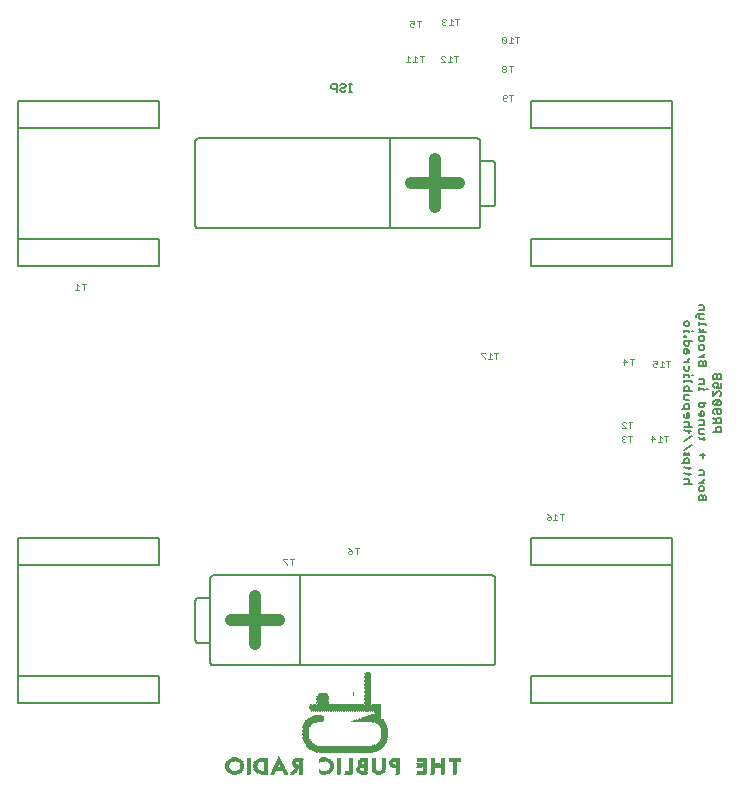
<source format=gbo>
G75*
%MOIN*%
%OFA0B0*%
%FSLAX24Y24*%
%IPPOS*%
%LPD*%
%AMOC8*
5,1,8,0,0,1.08239X$1,22.5*
%
%ADD10R,0.0010X0.0110*%
%ADD11R,0.0010X0.0010*%
%ADD12R,0.0010X0.0030*%
%ADD13R,0.0010X0.0070*%
%ADD14C,0.0070*%
%ADD15C,0.0050*%
%ADD16C,0.0080*%
%ADD17C,0.0400*%
%ADD18C,0.0040*%
%ADD19R,0.0015X0.0015*%
%ADD20R,0.0107X0.0015*%
%ADD21R,0.0123X0.0015*%
%ADD22R,0.0138X0.0015*%
%ADD23R,0.0353X0.0015*%
%ADD24R,0.0230X0.0015*%
%ADD25R,0.0261X0.0015*%
%ADD26R,0.0292X0.0015*%
%ADD27R,0.0154X0.0015*%
%ADD28R,0.0276X0.0015*%
%ADD29R,0.0322X0.0015*%
%ADD30R,0.0307X0.0015*%
%ADD31R,0.0169X0.0015*%
%ADD32R,0.0338X0.0015*%
%ADD33R,0.0384X0.0015*%
%ADD34R,0.0369X0.0015*%
%ADD35R,0.0415X0.0015*%
%ADD36R,0.0399X0.0015*%
%ADD37R,0.0445X0.0015*%
%ADD38R,0.0476X0.0015*%
%ADD39R,0.0200X0.0015*%
%ADD40R,0.0430X0.0015*%
%ADD41R,0.0077X0.0015*%
%ADD42R,0.0184X0.0015*%
%ADD43R,0.0046X0.0015*%
%ADD44R,0.0031X0.0015*%
%ADD45R,0.0246X0.0015*%
%ADD46R,0.0461X0.0015*%
%ADD47R,0.0092X0.0015*%
%ADD48R,0.0061X0.0015*%
%ADD49R,0.1981X0.0015*%
%ADD50R,0.2165X0.0015*%
%ADD51R,0.2288X0.0015*%
%ADD52R,0.2380X0.0015*%
%ADD53R,0.2472X0.0015*%
%ADD54R,0.2533X0.0015*%
%ADD55R,0.2595X0.0015*%
%ADD56R,0.0215X0.0015*%
%ADD57R,0.1075X0.0015*%
%ADD58R,0.0568X0.0015*%
%ADD59R,0.0952X0.0015*%
%ADD60R,0.0844X0.0015*%
%ADD61R,0.0537X0.0015*%
%ADD62R,0.0691X0.0015*%
%ADD63R,0.0507X0.0015*%
%ADD64R,0.0583X0.0015*%
%ADD65R,0.2365X0.0015*%
%ADD66R,0.2395X0.0015*%
%ADD67R,0.2349X0.0015*%
D10*
X014244Y004231D03*
D11*
X014254Y004191D03*
D12*
X014254Y004221D03*
X014254Y004261D03*
D13*
X014264Y004231D03*
D14*
X025264Y011220D02*
X025514Y011220D01*
X025431Y011262D02*
X025431Y011345D01*
X025389Y011387D01*
X025264Y011387D01*
X025306Y011556D02*
X025264Y011598D01*
X025306Y011556D02*
X025472Y011556D01*
X025431Y011515D02*
X025431Y011598D01*
X025431Y011711D02*
X025431Y011794D01*
X025472Y011753D02*
X025306Y011753D01*
X025264Y011794D01*
X025264Y011907D02*
X025264Y012033D01*
X025306Y012074D01*
X025389Y012074D01*
X025431Y012033D01*
X025431Y011907D01*
X025181Y011907D01*
X025264Y012202D02*
X025306Y012202D01*
X025306Y012244D01*
X025264Y012244D01*
X025264Y012202D01*
X025389Y012202D02*
X025431Y012202D01*
X025431Y012244D01*
X025389Y012244D01*
X025389Y012202D01*
X025264Y012349D02*
X025514Y012516D01*
X025264Y012644D02*
X025514Y012811D01*
X025431Y012939D02*
X025431Y013022D01*
X025472Y012980D02*
X025306Y012980D01*
X025264Y013022D01*
X025264Y013135D02*
X025514Y013135D01*
X025431Y013177D02*
X025431Y013260D01*
X025389Y013302D01*
X025264Y013302D01*
X025306Y013430D02*
X025389Y013430D01*
X025431Y013471D01*
X025431Y013555D01*
X025389Y013597D01*
X025347Y013597D01*
X025347Y013430D01*
X025306Y013430D02*
X025264Y013471D01*
X025264Y013555D01*
X025264Y013724D02*
X025264Y013850D01*
X025306Y013891D01*
X025389Y013891D01*
X025431Y013850D01*
X025431Y013724D01*
X025181Y013724D01*
X025306Y014019D02*
X025264Y014061D01*
X025264Y014186D01*
X025431Y014186D01*
X025431Y014314D02*
X025431Y014439D01*
X025389Y014481D01*
X025306Y014481D01*
X025264Y014439D01*
X025264Y014314D01*
X025514Y014314D01*
X025744Y014363D02*
X025744Y014446D01*
X025744Y014405D02*
X025911Y014405D01*
X025911Y014363D01*
X025994Y014405D02*
X026036Y014405D01*
X025911Y014559D02*
X025744Y014559D01*
X025911Y014559D02*
X025911Y014684D01*
X025869Y014726D01*
X025744Y014726D01*
X025556Y014847D02*
X025514Y014847D01*
X025431Y014847D02*
X025264Y014847D01*
X025264Y014888D02*
X025264Y014805D01*
X025264Y014692D02*
X025264Y014608D01*
X025264Y014650D02*
X025514Y014650D01*
X025514Y014608D01*
X025431Y014805D02*
X025431Y014847D01*
X025389Y015001D02*
X025306Y015001D01*
X025264Y015043D01*
X025264Y015168D01*
X025264Y015296D02*
X025431Y015296D01*
X025431Y015379D02*
X025347Y015296D01*
X025431Y015379D02*
X025431Y015421D01*
X025431Y015583D02*
X025431Y015667D01*
X025389Y015708D01*
X025264Y015708D01*
X025264Y015583D01*
X025306Y015541D01*
X025347Y015583D01*
X025347Y015708D01*
X025306Y015836D02*
X025389Y015836D01*
X025431Y015878D01*
X025431Y016003D01*
X025514Y016003D02*
X025264Y016003D01*
X025264Y015878D01*
X025306Y015836D01*
X025306Y016131D02*
X025306Y016172D01*
X025264Y016172D01*
X025264Y016131D01*
X025306Y016131D01*
X025264Y016278D02*
X025264Y016361D01*
X025264Y016320D02*
X025431Y016320D01*
X025431Y016278D01*
X025514Y016320D02*
X025556Y016320D01*
X025744Y016278D02*
X025994Y016278D01*
X025911Y016403D02*
X025827Y016278D01*
X025744Y016403D01*
X025744Y016524D02*
X025744Y016607D01*
X025744Y016565D02*
X025994Y016565D01*
X025994Y016524D01*
X025911Y016720D02*
X025786Y016720D01*
X025744Y016762D01*
X025744Y016887D01*
X025702Y016887D02*
X025661Y016845D01*
X025661Y016803D01*
X025702Y016887D02*
X025911Y016887D01*
X025911Y017015D02*
X025911Y017140D01*
X025869Y017182D01*
X025744Y017182D01*
X025744Y017015D02*
X025911Y017015D01*
X025431Y016600D02*
X025431Y016516D01*
X025389Y016475D01*
X025306Y016475D01*
X025264Y016516D01*
X025264Y016600D01*
X025306Y016641D01*
X025389Y016641D01*
X025431Y016600D01*
X025786Y016150D02*
X025869Y016150D01*
X025911Y016109D01*
X025911Y016025D01*
X025869Y015983D01*
X025786Y015983D01*
X025744Y016025D01*
X025744Y016109D01*
X025786Y016150D01*
X025786Y015856D02*
X025869Y015856D01*
X025911Y015814D01*
X025911Y015730D01*
X025869Y015689D01*
X025786Y015689D01*
X025744Y015730D01*
X025744Y015814D01*
X025786Y015856D01*
X025911Y015568D02*
X025911Y015527D01*
X025827Y015443D01*
X025744Y015443D02*
X025911Y015443D01*
X025911Y015315D02*
X025869Y015274D01*
X025869Y015149D01*
X025869Y015274D02*
X025827Y015315D01*
X025786Y015315D01*
X025744Y015274D01*
X025744Y015149D01*
X025994Y015149D01*
X025994Y015274D01*
X025952Y015315D01*
X025911Y015315D01*
X026266Y014898D02*
X026224Y014856D01*
X026224Y014731D01*
X026474Y014731D01*
X026474Y014856D01*
X026432Y014898D01*
X026391Y014898D01*
X026349Y014856D01*
X026349Y014731D01*
X026349Y014856D02*
X026307Y014898D01*
X026266Y014898D01*
X026266Y014603D02*
X026224Y014562D01*
X026224Y014478D01*
X026266Y014437D01*
X026349Y014437D02*
X026391Y014520D01*
X026391Y014562D01*
X026349Y014603D01*
X026266Y014603D01*
X026349Y014437D02*
X026474Y014437D01*
X026474Y014603D01*
X026432Y014309D02*
X026474Y014267D01*
X026474Y014184D01*
X026432Y014142D01*
X026432Y014014D02*
X026266Y013847D01*
X026224Y013889D01*
X026224Y013972D01*
X026266Y014014D01*
X026432Y014014D01*
X026474Y013972D01*
X026474Y013889D01*
X026432Y013847D01*
X026266Y013847D01*
X026266Y013719D02*
X026432Y013719D01*
X026474Y013678D01*
X026474Y013594D01*
X026432Y013553D01*
X026391Y013553D01*
X026349Y013594D01*
X026349Y013719D01*
X026266Y013719D02*
X026224Y013678D01*
X026224Y013594D01*
X026266Y013553D01*
X026224Y013425D02*
X026307Y013341D01*
X026307Y013383D02*
X026307Y013258D01*
X026224Y013258D02*
X026474Y013258D01*
X026474Y013383D01*
X026432Y013425D01*
X026349Y013425D01*
X026307Y013383D01*
X026349Y013130D02*
X026307Y013088D01*
X026307Y012963D01*
X026224Y012963D02*
X026474Y012963D01*
X026474Y013088D01*
X026432Y013130D01*
X026349Y013130D01*
X025911Y013184D02*
X025911Y013309D01*
X025869Y013351D01*
X025744Y013351D01*
X025786Y013479D02*
X025869Y013479D01*
X025911Y013521D01*
X025911Y013604D01*
X025869Y013646D01*
X025827Y013646D01*
X025827Y013479D01*
X025786Y013479D02*
X025744Y013521D01*
X025744Y013604D01*
X025786Y013774D02*
X025869Y013774D01*
X025911Y013815D01*
X025911Y013940D01*
X025994Y013940D02*
X025744Y013940D01*
X025744Y013815D01*
X025786Y013774D01*
X025431Y014019D02*
X025306Y014019D01*
X026224Y014142D02*
X026391Y014309D01*
X026432Y014309D01*
X026224Y014309D02*
X026224Y014142D01*
X025911Y013184D02*
X025744Y013184D01*
X025744Y013056D02*
X025911Y013056D01*
X025911Y012890D02*
X025786Y012890D01*
X025744Y012931D01*
X025744Y013056D01*
X025744Y012777D02*
X025786Y012735D01*
X025952Y012735D01*
X025911Y012693D02*
X025911Y012777D01*
X025869Y012271D02*
X025869Y012104D01*
X025952Y012187D02*
X025786Y012187D01*
X025744Y011681D02*
X025869Y011681D01*
X025911Y011640D01*
X025911Y011515D01*
X025744Y011515D01*
X025911Y011394D02*
X025911Y011352D01*
X025827Y011269D01*
X025744Y011269D02*
X025911Y011269D01*
X025869Y011141D02*
X025911Y011099D01*
X025911Y011016D01*
X025869Y010974D01*
X025786Y010974D01*
X025744Y011016D01*
X025744Y011099D01*
X025786Y011141D01*
X025869Y011141D01*
X025827Y010847D02*
X025786Y010847D01*
X025744Y010805D01*
X025744Y010680D01*
X025994Y010680D01*
X025994Y010805D01*
X025952Y010847D01*
X025911Y010847D01*
X025869Y010805D01*
X025869Y010680D01*
X025869Y010805D02*
X025827Y010847D01*
X025431Y011262D02*
X025389Y011220D01*
X025389Y013135D02*
X025431Y013177D01*
X025389Y015001D02*
X025431Y015043D01*
X025431Y015168D01*
D15*
X007760Y003926D02*
X003060Y003926D01*
X003060Y004826D01*
X007760Y004826D01*
X007760Y003926D01*
X003060Y004826D02*
X003060Y008526D01*
X007760Y008526D01*
X007760Y009426D01*
X003060Y009426D01*
X003060Y008526D01*
X003060Y018493D02*
X007760Y018493D01*
X007760Y019393D01*
X003060Y019393D01*
X003060Y023093D01*
X007760Y023093D01*
X007760Y023993D01*
X003060Y023993D01*
X003060Y023093D01*
X003060Y019393D02*
X003060Y018493D01*
X013494Y024435D02*
X013539Y024390D01*
X013674Y024390D01*
X013674Y024299D02*
X013674Y024570D01*
X013539Y024570D01*
X013494Y024525D01*
X013494Y024435D01*
X013788Y024390D02*
X013788Y024345D01*
X013833Y024299D01*
X013923Y024299D01*
X013968Y024345D01*
X013923Y024435D02*
X013833Y024435D01*
X013788Y024390D01*
X013788Y024525D02*
X013833Y024570D01*
X013923Y024570D01*
X013968Y024525D01*
X013968Y024480D01*
X013923Y024435D01*
X014075Y024570D02*
X014165Y024570D01*
X014120Y024570D02*
X014120Y024299D01*
X014165Y024299D02*
X014075Y024299D01*
X020160Y023993D02*
X020160Y023093D01*
X024860Y023093D01*
X024860Y023993D01*
X020160Y023993D01*
X024860Y023093D02*
X024860Y019393D01*
X020160Y019393D01*
X020160Y018493D01*
X024860Y018493D01*
X024860Y019393D01*
X024860Y009426D02*
X020160Y009426D01*
X020160Y008526D01*
X024860Y008526D01*
X024860Y004826D01*
X020160Y004826D01*
X020160Y003926D01*
X024860Y003926D01*
X024860Y004826D01*
X024860Y008526D02*
X024860Y009426D01*
D16*
X018960Y008076D02*
X018960Y005276D01*
X018958Y005259D01*
X018954Y005242D01*
X018947Y005226D01*
X018937Y005212D01*
X018924Y005199D01*
X018910Y005189D01*
X018894Y005182D01*
X018877Y005178D01*
X018860Y005176D01*
X012460Y005176D01*
X009560Y005176D01*
X009543Y005178D01*
X009526Y005182D01*
X009510Y005189D01*
X009496Y005199D01*
X009483Y005212D01*
X009473Y005226D01*
X009466Y005242D01*
X009462Y005259D01*
X009460Y005276D01*
X009460Y005926D01*
X009060Y005926D01*
X009043Y005928D01*
X009026Y005932D01*
X009010Y005939D01*
X008996Y005949D01*
X008983Y005962D01*
X008973Y005976D01*
X008966Y005992D01*
X008962Y006009D01*
X008960Y006026D01*
X008960Y007326D01*
X008962Y007343D01*
X008966Y007360D01*
X008973Y007376D01*
X008983Y007390D01*
X008996Y007403D01*
X009010Y007413D01*
X009026Y007420D01*
X009043Y007424D01*
X009060Y007426D01*
X009460Y007426D01*
X009460Y005926D01*
X009460Y007426D02*
X009460Y008076D01*
X009462Y008093D01*
X009466Y008110D01*
X009473Y008126D01*
X009483Y008140D01*
X009496Y008153D01*
X009510Y008163D01*
X009526Y008170D01*
X009543Y008174D01*
X009560Y008176D01*
X012460Y008176D01*
X018860Y008176D01*
X018877Y008174D01*
X018894Y008170D01*
X018910Y008163D01*
X018924Y008153D01*
X018937Y008140D01*
X018947Y008126D01*
X018954Y008110D01*
X018958Y008093D01*
X018960Y008076D01*
X012460Y008176D02*
X012460Y005176D01*
X015460Y019743D02*
X009060Y019743D01*
X009043Y019745D01*
X009026Y019749D01*
X009010Y019756D01*
X008996Y019766D01*
X008983Y019779D01*
X008973Y019793D01*
X008966Y019809D01*
X008962Y019826D01*
X008960Y019843D01*
X008960Y022643D01*
X008962Y022660D01*
X008966Y022677D01*
X008973Y022693D01*
X008983Y022707D01*
X008996Y022720D01*
X009010Y022730D01*
X009026Y022737D01*
X009043Y022741D01*
X009060Y022743D01*
X015460Y022743D01*
X018360Y022743D01*
X018377Y022741D01*
X018394Y022737D01*
X018410Y022730D01*
X018424Y022720D01*
X018437Y022707D01*
X018447Y022693D01*
X018454Y022677D01*
X018458Y022660D01*
X018460Y022643D01*
X018460Y021993D01*
X018860Y021993D01*
X018877Y021991D01*
X018894Y021987D01*
X018910Y021980D01*
X018924Y021970D01*
X018937Y021957D01*
X018947Y021943D01*
X018954Y021927D01*
X018958Y021910D01*
X018960Y021893D01*
X018960Y020593D01*
X018958Y020576D01*
X018954Y020559D01*
X018947Y020543D01*
X018937Y020529D01*
X018924Y020516D01*
X018910Y020506D01*
X018894Y020499D01*
X018877Y020495D01*
X018860Y020493D01*
X018460Y020493D01*
X018460Y021993D01*
X018460Y020493D02*
X018460Y019843D01*
X018458Y019826D01*
X018454Y019809D01*
X018447Y019793D01*
X018437Y019779D01*
X018424Y019766D01*
X018410Y019756D01*
X018394Y019749D01*
X018377Y019745D01*
X018360Y019743D01*
X015460Y019743D01*
X015460Y022743D01*
D17*
X016960Y022043D02*
X016960Y020443D01*
X016160Y021243D02*
X017760Y021243D01*
X010960Y007476D02*
X010960Y005876D01*
X011760Y006676D02*
X010160Y006676D01*
D18*
X012026Y008527D02*
X012026Y008560D01*
X011892Y008694D01*
X011892Y008727D01*
X012026Y008727D01*
X012113Y008727D02*
X012247Y008727D01*
X012180Y008727D02*
X012180Y008527D01*
X014058Y008915D02*
X014058Y008948D01*
X014091Y008981D01*
X014191Y008981D01*
X014191Y008915D01*
X014158Y008881D01*
X014091Y008881D01*
X014058Y008915D01*
X014124Y009048D02*
X014058Y009081D01*
X014124Y009048D02*
X014191Y008981D01*
X014279Y009081D02*
X014412Y009081D01*
X014345Y009081D02*
X014345Y008881D01*
X020672Y010061D02*
X020706Y010028D01*
X020772Y010028D01*
X020806Y010061D01*
X020806Y010128D01*
X020706Y010128D01*
X020672Y010094D01*
X020672Y010061D01*
X020739Y010195D02*
X020806Y010128D01*
X020739Y010195D02*
X020672Y010228D01*
X020960Y010228D02*
X020960Y010028D01*
X021027Y010028D02*
X020893Y010028D01*
X021027Y010161D02*
X020960Y010228D01*
X021114Y010228D02*
X021248Y010228D01*
X021181Y010228D02*
X021181Y010028D01*
X023205Y012626D02*
X023272Y012626D01*
X023305Y012660D01*
X023238Y012726D02*
X023205Y012726D01*
X023172Y012693D01*
X023172Y012660D01*
X023205Y012626D01*
X023205Y012726D02*
X023172Y012760D01*
X023172Y012793D01*
X023205Y012826D01*
X023272Y012826D01*
X023305Y012793D01*
X023393Y012826D02*
X023526Y012826D01*
X023459Y012826D02*
X023459Y012626D01*
X023464Y013074D02*
X023464Y013274D01*
X023398Y013274D02*
X023531Y013274D01*
X023310Y013241D02*
X023277Y013274D01*
X023210Y013274D01*
X023177Y013241D01*
X023177Y013208D01*
X023310Y013074D01*
X023177Y013074D01*
X024149Y012718D02*
X024282Y012718D01*
X024182Y012818D01*
X024182Y012618D01*
X024370Y012618D02*
X024503Y012618D01*
X024437Y012618D02*
X024437Y012818D01*
X024503Y012751D01*
X024591Y012818D02*
X024724Y012818D01*
X024658Y012818D02*
X024658Y012618D01*
X024724Y015131D02*
X024724Y015331D01*
X024791Y015331D02*
X024657Y015331D01*
X024570Y015265D02*
X024503Y015331D01*
X024503Y015131D01*
X024570Y015131D02*
X024436Y015131D01*
X024349Y015164D02*
X024316Y015131D01*
X024249Y015131D01*
X024215Y015164D01*
X024215Y015231D01*
X024249Y015265D01*
X024282Y015265D01*
X024349Y015231D01*
X024349Y015331D01*
X024215Y015331D01*
X023580Y015376D02*
X023447Y015376D01*
X023514Y015376D02*
X023514Y015175D01*
X023359Y015276D02*
X023226Y015276D01*
X023259Y015376D02*
X023359Y015276D01*
X023259Y015376D02*
X023259Y015175D01*
X019058Y015577D02*
X018924Y015577D01*
X018991Y015577D02*
X018991Y015377D01*
X018837Y015377D02*
X018703Y015377D01*
X018770Y015377D02*
X018770Y015577D01*
X018837Y015511D01*
X018616Y015577D02*
X018482Y015577D01*
X018482Y015544D01*
X018616Y015411D01*
X018616Y015377D01*
X019239Y023999D02*
X019205Y024033D01*
X019205Y024166D01*
X019239Y024199D01*
X019305Y024199D01*
X019339Y024166D01*
X019339Y024133D01*
X019305Y024099D01*
X019205Y024099D01*
X019239Y023999D02*
X019305Y023999D01*
X019339Y024033D01*
X019493Y023999D02*
X019493Y024199D01*
X019560Y024199D02*
X019426Y024199D01*
X019473Y024954D02*
X019473Y025154D01*
X019540Y025154D02*
X019406Y025154D01*
X019319Y025121D02*
X019286Y025154D01*
X019219Y025154D01*
X019185Y025121D01*
X019185Y025087D01*
X019219Y025054D01*
X019286Y025054D01*
X019319Y025087D01*
X019319Y025121D01*
X019286Y025054D02*
X019319Y025021D01*
X019319Y024987D01*
X019286Y024954D01*
X019219Y024954D01*
X019185Y024987D01*
X019185Y025021D01*
X019219Y025054D01*
X019220Y025926D02*
X019287Y025926D01*
X019320Y025960D01*
X019187Y026093D01*
X019187Y025960D01*
X019220Y025926D01*
X019320Y025960D02*
X019320Y026093D01*
X019287Y026127D01*
X019220Y026127D01*
X019187Y026093D01*
X019408Y025926D02*
X019541Y025926D01*
X019475Y025926D02*
X019475Y026127D01*
X019541Y026060D01*
X019629Y026127D02*
X019762Y026127D01*
X019696Y026127D02*
X019696Y025926D01*
X017729Y025479D02*
X017595Y025479D01*
X017662Y025479D02*
X017662Y025279D01*
X017508Y025279D02*
X017374Y025279D01*
X017441Y025279D02*
X017441Y025479D01*
X017508Y025412D01*
X017287Y025446D02*
X017254Y025479D01*
X017187Y025479D01*
X017153Y025446D01*
X017153Y025412D01*
X017287Y025279D01*
X017153Y025279D01*
X016567Y025489D02*
X016434Y025489D01*
X016501Y025489D02*
X016501Y025289D01*
X016346Y025289D02*
X016213Y025289D01*
X016280Y025289D02*
X016280Y025489D01*
X016346Y025422D01*
X016126Y025422D02*
X016059Y025489D01*
X016059Y025289D01*
X016126Y025289D02*
X015992Y025289D01*
X016158Y026470D02*
X016225Y026470D01*
X016258Y026503D01*
X016258Y026570D02*
X016191Y026603D01*
X016158Y026603D01*
X016124Y026570D01*
X016124Y026503D01*
X016158Y026470D01*
X016258Y026570D02*
X016258Y026670D01*
X016124Y026670D01*
X016345Y026670D02*
X016479Y026670D01*
X016412Y026670D02*
X016412Y026470D01*
X017183Y026542D02*
X017216Y026509D01*
X017283Y026509D01*
X017316Y026542D01*
X017404Y026509D02*
X017537Y026509D01*
X017471Y026509D02*
X017471Y026709D01*
X017537Y026643D01*
X017625Y026709D02*
X017758Y026709D01*
X017692Y026709D02*
X017692Y026509D01*
X017316Y026676D02*
X017283Y026709D01*
X017216Y026709D01*
X017183Y026676D01*
X017183Y026643D01*
X017216Y026609D01*
X017183Y026576D01*
X017183Y026542D01*
X017216Y026609D02*
X017250Y026609D01*
X005317Y017900D02*
X005184Y017900D01*
X005251Y017900D02*
X005251Y017700D01*
X005096Y017700D02*
X004963Y017700D01*
X005030Y017700D02*
X005030Y017900D01*
X005096Y017833D01*
D19*
X014620Y004875D03*
X014620Y004783D03*
X014620Y004752D03*
X014620Y004660D03*
X014620Y004629D03*
X014620Y004537D03*
X014620Y004506D03*
X014620Y004414D03*
X014620Y004384D03*
X014620Y004291D03*
X014620Y004261D03*
X014620Y004169D03*
X014620Y004138D03*
X014620Y004046D03*
X014620Y004015D03*
X014620Y003923D03*
X014620Y003892D03*
X014804Y003861D03*
X014804Y003954D03*
X014804Y003984D03*
X014804Y004076D03*
X014804Y004107D03*
X014804Y004199D03*
X014804Y004230D03*
X014804Y004322D03*
X014804Y004353D03*
X014804Y004445D03*
X014804Y004476D03*
X014804Y004568D03*
X014804Y004599D03*
X014804Y004691D03*
X014804Y004721D03*
X014804Y004813D03*
X014804Y004844D03*
X014773Y004906D03*
X013391Y004107D03*
X013391Y004076D03*
X013391Y003984D03*
X013391Y003954D03*
X013391Y003861D03*
X013407Y003631D03*
X013468Y003631D03*
X013530Y003631D03*
X013591Y003631D03*
X013652Y003631D03*
X013714Y003631D03*
X013775Y003631D03*
X013837Y003631D03*
X013898Y003631D03*
X013960Y003631D03*
X014021Y003631D03*
X014082Y003631D03*
X014144Y003631D03*
X014205Y003631D03*
X014267Y003631D03*
X014328Y003631D03*
X014389Y003631D03*
X014451Y003631D03*
X014512Y003631D03*
X014574Y003631D03*
X014635Y003631D03*
X014697Y003631D03*
X014727Y003631D03*
X014758Y003631D03*
X014819Y003631D03*
X014881Y003631D03*
X014865Y003524D03*
X014712Y003462D03*
X014681Y003462D03*
X014635Y003447D03*
X014620Y003432D03*
X014589Y003432D03*
X014543Y003416D03*
X014451Y003386D03*
X014359Y003355D03*
X014343Y003339D03*
X014343Y003278D03*
X014313Y003278D03*
X014282Y003278D03*
X014251Y003278D03*
X014221Y003278D03*
X014190Y003278D03*
X014251Y003309D03*
X014374Y003278D03*
X014405Y003278D03*
X014436Y003278D03*
X014466Y003278D03*
X014497Y003278D03*
X014528Y003278D03*
X014558Y003278D03*
X014589Y003278D03*
X014620Y003278D03*
X014650Y003278D03*
X014681Y003278D03*
X014712Y003278D03*
X014743Y003278D03*
X014773Y003278D03*
X014804Y003278D03*
X014835Y003278D03*
X014865Y003278D03*
X014881Y003263D03*
X014911Y003263D03*
X015111Y003155D03*
X015142Y003124D03*
X015142Y003094D03*
X015173Y003032D03*
X015173Y002940D03*
X015173Y002910D03*
X015173Y002817D03*
X015173Y002787D03*
X015357Y002756D03*
X015357Y002725D03*
X015357Y002848D03*
X015357Y002879D03*
X015357Y002971D03*
X015357Y003002D03*
X015357Y003094D03*
X015357Y003124D03*
X015326Y003155D03*
X015326Y003186D03*
X015295Y003247D03*
X015265Y003278D03*
X015173Y003370D03*
X015142Y003401D03*
X015142Y003432D03*
X015142Y003524D03*
X015142Y003554D03*
X015142Y003647D03*
X015142Y003677D03*
X015142Y003769D03*
X015142Y003800D03*
X013345Y003631D03*
X013284Y003631D03*
X013223Y003631D03*
X013161Y003631D03*
X013100Y003631D03*
X013038Y003631D03*
X012977Y003631D03*
X012915Y003631D03*
X012854Y003631D03*
X012839Y003647D03*
X012777Y003769D03*
X012777Y003800D03*
X012808Y003831D03*
X012823Y003846D03*
X012854Y003846D03*
X013023Y003892D03*
X013023Y003923D03*
X013023Y004015D03*
X013023Y004046D03*
X013023Y004138D03*
X012977Y003478D03*
X012946Y003478D03*
X012931Y003462D03*
X012900Y003462D03*
X012839Y003432D03*
X012777Y003401D03*
X012685Y003339D03*
X012654Y003309D03*
X012808Y003186D03*
X012839Y003217D03*
X012777Y003124D03*
X012747Y003063D03*
X012747Y003032D03*
X012747Y002940D03*
X012747Y002910D03*
X012747Y002817D03*
X012747Y002787D03*
X012562Y002756D03*
X012562Y002725D03*
X012562Y002848D03*
X012562Y002879D03*
X012562Y002971D03*
X012562Y003002D03*
X012562Y003094D03*
X012562Y003124D03*
X013008Y003263D03*
X013054Y003278D03*
X013084Y003278D03*
X013115Y003278D03*
X013146Y003278D03*
X013207Y003339D03*
X013238Y003401D03*
X013207Y003462D03*
X013192Y003478D03*
X012839Y002602D03*
X012869Y002572D03*
X012961Y002510D03*
X013008Y002495D03*
X013023Y002480D03*
X013023Y002265D03*
X013054Y002265D03*
X013176Y002080D03*
X013207Y002080D03*
X013299Y002080D03*
X013330Y002080D03*
X013284Y001973D03*
X013253Y001973D03*
X013161Y001942D03*
X013100Y001911D03*
X013100Y001697D03*
X013253Y001635D03*
X013284Y001635D03*
X013330Y001528D03*
X013176Y001528D03*
X013699Y001528D03*
X013729Y001528D03*
X013760Y001528D03*
X013791Y001528D03*
X013944Y001528D03*
X013975Y001528D03*
X014006Y001528D03*
X014036Y001528D03*
X014067Y001528D03*
X014098Y001528D03*
X014128Y001528D03*
X014159Y001528D03*
X014190Y001528D03*
X014528Y001528D03*
X014558Y001528D03*
X014589Y001528D03*
X014620Y001528D03*
X014650Y001528D03*
X014681Y001528D03*
X015019Y001528D03*
X015065Y001635D03*
X015096Y001635D03*
X015249Y001574D03*
X015572Y001743D03*
X015618Y001850D03*
X015664Y001528D03*
X015695Y001528D03*
X015725Y001528D03*
X015756Y001528D03*
X016339Y001528D03*
X016370Y001528D03*
X016401Y001528D03*
X016432Y001528D03*
X016462Y001528D03*
X016493Y001528D03*
X016524Y001528D03*
X016554Y001528D03*
X016585Y001528D03*
X016616Y001528D03*
X016647Y001528D03*
X016831Y001528D03*
X016861Y001528D03*
X016892Y001528D03*
X016923Y001528D03*
X017169Y001528D03*
X017199Y001528D03*
X017230Y001528D03*
X017261Y001528D03*
X017568Y001528D03*
X017599Y001528D03*
X017629Y001528D03*
X017660Y001528D03*
X017123Y001881D03*
X017092Y001881D03*
X017061Y001881D03*
X017030Y001881D03*
X017000Y001881D03*
X016969Y001881D03*
X016539Y001881D03*
X016508Y001881D03*
X016478Y001881D03*
X016447Y001881D03*
X016416Y001881D03*
X016386Y001881D03*
X016355Y001881D03*
X016370Y001773D03*
X016339Y001773D03*
X016401Y001773D03*
X016432Y001773D03*
X016462Y001773D03*
X016493Y001773D03*
X016524Y001773D03*
X015203Y002418D03*
X015157Y002372D03*
X015111Y002357D03*
X015234Y002480D03*
X014958Y002510D03*
X014896Y002480D03*
X014865Y002480D03*
X014865Y002265D03*
X014482Y002065D03*
X012808Y002357D03*
X012685Y002480D03*
X012301Y002065D03*
X012271Y001758D03*
X012255Y001528D03*
X012224Y001528D03*
X012194Y001528D03*
X012163Y001528D03*
X012132Y001528D03*
X012040Y001528D03*
X012010Y001528D03*
X011979Y001528D03*
X011948Y001528D03*
X011856Y001650D03*
X011825Y001650D03*
X011795Y001650D03*
X011764Y001650D03*
X011733Y001650D03*
X011702Y001650D03*
X011672Y001650D03*
X011580Y001528D03*
X011549Y001528D03*
X011518Y001528D03*
X011487Y001528D03*
X011365Y001528D03*
X011334Y001528D03*
X011303Y001528D03*
X011273Y001528D03*
X011242Y001528D03*
X011211Y001528D03*
X011180Y001528D03*
X011058Y001558D03*
X010781Y001528D03*
X010750Y001528D03*
X010720Y001528D03*
X010351Y001528D03*
X010305Y001635D03*
X010244Y001635D03*
X010198Y001528D03*
X010244Y001973D03*
X010274Y001973D03*
X010351Y001958D03*
X010351Y002080D03*
X010321Y002080D03*
X010290Y002080D03*
X010259Y002080D03*
X010228Y002080D03*
X010198Y002080D03*
X011104Y002065D03*
X011150Y001958D03*
X011764Y002111D03*
X012439Y001528D03*
X012470Y001528D03*
X012501Y001528D03*
X012532Y001528D03*
D20*
X012486Y001558D03*
X012486Y001589D03*
X012486Y001620D03*
X012486Y001650D03*
X012486Y001681D03*
X012486Y001712D03*
X012486Y001865D03*
X012486Y001896D03*
X012486Y001927D03*
X012486Y001958D03*
X011764Y002034D03*
X010750Y002034D03*
X010750Y002004D03*
X010750Y001973D03*
X010750Y001942D03*
X010750Y001911D03*
X010750Y001881D03*
X010750Y001850D03*
X010750Y001819D03*
X010750Y001789D03*
X010750Y001758D03*
X010750Y001727D03*
X010750Y001697D03*
X010750Y001666D03*
X010750Y001635D03*
X010750Y001604D03*
X010750Y001574D03*
X010750Y001543D03*
X010520Y001773D03*
X010520Y001804D03*
X010520Y001835D03*
X010750Y002065D03*
X010274Y001528D03*
X010029Y001743D03*
X013253Y001528D03*
X013499Y001743D03*
X013499Y001865D03*
X014389Y001712D03*
X014389Y001681D03*
X014911Y001712D03*
X014911Y001743D03*
X014911Y001773D03*
X014911Y001804D03*
X014911Y001835D03*
X014911Y001865D03*
X014911Y001896D03*
X014911Y001927D03*
X014911Y001958D03*
X014911Y001988D03*
X014911Y002019D03*
X014911Y002050D03*
X015249Y002050D03*
X015249Y002019D03*
X015249Y001988D03*
X015249Y001958D03*
X015249Y001927D03*
X015249Y001896D03*
X015249Y001865D03*
X015249Y001835D03*
X015249Y001804D03*
X015249Y001773D03*
X015249Y001743D03*
X015096Y001528D03*
X015710Y001558D03*
X015710Y001589D03*
X015710Y001620D03*
X015710Y001650D03*
X015710Y001681D03*
X015710Y001712D03*
X015710Y001865D03*
X015710Y001896D03*
X015710Y001927D03*
X015710Y001958D03*
X017215Y001958D03*
X017215Y001988D03*
X017215Y002019D03*
X017215Y002050D03*
X017215Y001927D03*
X017215Y001896D03*
X017215Y001743D03*
X017215Y001712D03*
X017215Y001681D03*
X017215Y001650D03*
X017215Y001620D03*
X017215Y001589D03*
X017215Y001558D03*
X014712Y004921D03*
D21*
X014151Y002065D03*
X014151Y002050D03*
X014151Y002034D03*
X014151Y002019D03*
X014151Y002004D03*
X014151Y001988D03*
X014151Y001973D03*
X014151Y001958D03*
X014151Y001942D03*
X014151Y001927D03*
X014151Y001911D03*
X014151Y001896D03*
X014151Y001881D03*
X014151Y001865D03*
X014151Y001850D03*
X014151Y001835D03*
X014151Y001819D03*
X014151Y001804D03*
X014151Y001789D03*
X014151Y001773D03*
X014151Y001758D03*
X014151Y001743D03*
X014151Y001727D03*
X014151Y001712D03*
X014151Y001697D03*
X014151Y001681D03*
X014151Y001666D03*
X014151Y001650D03*
X014397Y001727D03*
X014443Y001896D03*
X014443Y001911D03*
X014443Y001927D03*
X014643Y001927D03*
X014643Y001942D03*
X014643Y001958D03*
X014643Y001911D03*
X014643Y001896D03*
X014643Y001881D03*
X014643Y001865D03*
X014643Y001743D03*
X014643Y001727D03*
X014643Y001712D03*
X014643Y001697D03*
X014643Y001681D03*
X014643Y001666D03*
X014643Y001650D03*
X014919Y001681D03*
X015226Y001666D03*
X015242Y001712D03*
X015487Y001865D03*
X015487Y001881D03*
X015487Y001896D03*
X015487Y001911D03*
X015487Y001927D03*
X016624Y001927D03*
X016624Y001942D03*
X016624Y001958D03*
X016624Y001911D03*
X016624Y001896D03*
X016624Y001881D03*
X016624Y001758D03*
X016624Y001743D03*
X016624Y001727D03*
X016624Y001712D03*
X016624Y001697D03*
X016624Y001681D03*
X016624Y001666D03*
X016624Y001650D03*
X016885Y001650D03*
X016885Y001635D03*
X016885Y001620D03*
X016885Y001604D03*
X016885Y001589D03*
X016885Y001574D03*
X016885Y001558D03*
X016885Y001543D03*
X016885Y001666D03*
X016885Y001681D03*
X016885Y001697D03*
X016885Y001712D03*
X016885Y001727D03*
X016885Y001743D03*
X016885Y001758D03*
X016885Y001881D03*
X016885Y001896D03*
X016885Y001911D03*
X016885Y001927D03*
X016885Y001942D03*
X016885Y001958D03*
X016885Y001973D03*
X016885Y001988D03*
X016885Y002004D03*
X016885Y002019D03*
X016885Y002034D03*
X016885Y002050D03*
X016885Y002065D03*
X017606Y001958D03*
X017606Y001942D03*
X017606Y001927D03*
X017606Y001911D03*
X017606Y001896D03*
X017606Y001881D03*
X017606Y001865D03*
X017606Y001850D03*
X017606Y001835D03*
X017606Y001819D03*
X017606Y001804D03*
X017606Y001789D03*
X017606Y001773D03*
X017606Y001758D03*
X017606Y001743D03*
X017606Y001727D03*
X017606Y001712D03*
X017606Y001697D03*
X017606Y001681D03*
X017606Y001666D03*
X017606Y001650D03*
X017606Y001635D03*
X017606Y001620D03*
X017606Y001604D03*
X017606Y001589D03*
X017606Y001574D03*
X017606Y001558D03*
X017606Y001543D03*
X013737Y001543D03*
X013737Y001558D03*
X013737Y001574D03*
X013737Y001589D03*
X013737Y001604D03*
X013737Y001620D03*
X013737Y001635D03*
X013737Y001650D03*
X013737Y001666D03*
X013737Y001681D03*
X013737Y001697D03*
X013737Y001712D03*
X013737Y001727D03*
X013737Y001743D03*
X013737Y001758D03*
X013737Y001773D03*
X013737Y001789D03*
X013737Y001804D03*
X013737Y001819D03*
X013737Y001835D03*
X013737Y001850D03*
X013737Y001865D03*
X013737Y001881D03*
X013737Y001896D03*
X013737Y001911D03*
X013737Y001927D03*
X013737Y001942D03*
X013737Y001958D03*
X013737Y001973D03*
X013737Y001988D03*
X013737Y002004D03*
X013737Y002019D03*
X013737Y002034D03*
X013737Y002050D03*
X013737Y002065D03*
X013507Y001835D03*
X013507Y001819D03*
X013507Y001804D03*
X013507Y001789D03*
X013507Y001773D03*
X012248Y001881D03*
X012248Y001896D03*
X012248Y001911D03*
X012248Y001927D03*
X011879Y001773D03*
X011848Y001835D03*
X011664Y001819D03*
X011664Y001804D03*
X011572Y001620D03*
X011557Y001589D03*
X011311Y001650D03*
X011311Y001666D03*
X011311Y001681D03*
X011311Y001697D03*
X011311Y001712D03*
X011311Y001727D03*
X011311Y001743D03*
X011311Y001758D03*
X011311Y001773D03*
X011311Y001789D03*
X011311Y001804D03*
X011311Y001819D03*
X011311Y001835D03*
X011311Y001850D03*
X011311Y001865D03*
X011311Y001881D03*
X011311Y001896D03*
X011311Y001911D03*
X011311Y001927D03*
X011311Y001942D03*
X011311Y001958D03*
X010958Y001850D03*
X010958Y001819D03*
X010958Y001804D03*
X010958Y001789D03*
X010958Y001773D03*
X010958Y001758D03*
X010512Y001743D03*
X010512Y001727D03*
X010512Y001865D03*
X010512Y001881D03*
X010036Y001865D03*
X010021Y001835D03*
X010021Y001804D03*
X010021Y001789D03*
X010021Y001773D03*
X011756Y002004D03*
X011756Y002019D03*
X011940Y001650D03*
X011971Y001589D03*
X011986Y001558D03*
D22*
X011994Y001543D03*
X011979Y001574D03*
X011963Y001604D03*
X011948Y001620D03*
X011948Y001635D03*
X011871Y001789D03*
X011856Y001804D03*
X011856Y001819D03*
X011841Y001850D03*
X011687Y001850D03*
X011672Y001835D03*
X011656Y001789D03*
X011641Y001773D03*
X011580Y001650D03*
X011580Y001635D03*
X011564Y001604D03*
X011549Y001558D03*
X011534Y001543D03*
X011764Y001988D03*
X012255Y001942D03*
X012255Y001865D03*
X012317Y001681D03*
X012301Y001666D03*
X012224Y001558D03*
X012486Y001543D03*
X012486Y001574D03*
X012486Y001604D03*
X012486Y001635D03*
X012486Y001666D03*
X012486Y001697D03*
X012486Y001850D03*
X012486Y001881D03*
X012486Y001911D03*
X012486Y001942D03*
X013161Y001973D03*
X013484Y001896D03*
X013499Y001881D03*
X013499Y001850D03*
X013499Y001758D03*
X013499Y001727D03*
X013484Y001712D03*
X013161Y001635D03*
X014389Y001666D03*
X014405Y001650D03*
X014389Y001697D03*
X014405Y001743D03*
X014466Y001865D03*
X014451Y001881D03*
X014451Y001942D03*
X014466Y001958D03*
X014911Y001973D03*
X014911Y002004D03*
X014911Y002034D03*
X014911Y002065D03*
X014911Y001942D03*
X014911Y001911D03*
X014911Y001881D03*
X014911Y001850D03*
X014911Y001819D03*
X014911Y001789D03*
X014911Y001758D03*
X014911Y001727D03*
X014911Y001697D03*
X014927Y001666D03*
X015234Y001681D03*
X015249Y001697D03*
X015249Y001727D03*
X015249Y001758D03*
X015249Y001789D03*
X015249Y001819D03*
X015249Y001850D03*
X015249Y001881D03*
X015249Y001911D03*
X015249Y001942D03*
X015249Y001973D03*
X015249Y002004D03*
X015249Y002034D03*
X015249Y002065D03*
X015495Y001942D03*
X015510Y001958D03*
X015710Y001942D03*
X015710Y001911D03*
X015710Y001881D03*
X015710Y001850D03*
X015710Y001727D03*
X015710Y001697D03*
X015710Y001666D03*
X015710Y001635D03*
X015710Y001604D03*
X015710Y001574D03*
X015710Y001543D03*
X016616Y001773D03*
X017215Y001758D03*
X017215Y001727D03*
X017215Y001697D03*
X017215Y001666D03*
X017215Y001635D03*
X017215Y001604D03*
X017215Y001574D03*
X017215Y001543D03*
X017215Y001881D03*
X017215Y001911D03*
X017215Y001942D03*
X017215Y001973D03*
X017215Y002004D03*
X017215Y002034D03*
X017215Y002065D03*
X010996Y001927D03*
X010981Y001896D03*
X010981Y001881D03*
X010965Y001865D03*
X010965Y001835D03*
X010965Y001743D03*
X010981Y001727D03*
X010981Y001712D03*
X010996Y001681D03*
X010750Y001681D03*
X010750Y001650D03*
X010750Y001620D03*
X010750Y001589D03*
X010750Y001558D03*
X010750Y001712D03*
X010750Y001743D03*
X010750Y001773D03*
X010750Y001804D03*
X010750Y001835D03*
X010750Y001865D03*
X010750Y001896D03*
X010750Y001927D03*
X010750Y001958D03*
X010750Y001988D03*
X010750Y002019D03*
X010750Y002050D03*
X010505Y001896D03*
X010489Y001911D03*
X010520Y001850D03*
X010520Y001819D03*
X010520Y001789D03*
X010520Y001758D03*
X010505Y001712D03*
X010489Y001697D03*
X010044Y001712D03*
X010029Y001727D03*
X010029Y001758D03*
X010029Y001819D03*
X010029Y001850D03*
X010029Y001881D03*
X010044Y001896D03*
D23*
X011196Y002019D03*
X011196Y001589D03*
X012378Y001819D03*
X012378Y001973D03*
X012378Y002004D03*
X012808Y002495D03*
X013269Y002034D03*
X013269Y001574D03*
X014528Y001604D03*
X014528Y001620D03*
X014528Y001635D03*
X014528Y001758D03*
X015602Y001973D03*
X016508Y001973D03*
X016508Y001988D03*
X016508Y002004D03*
X016508Y002019D03*
X016508Y002034D03*
X016508Y002050D03*
X016508Y002065D03*
X016508Y001865D03*
X016508Y001850D03*
X016508Y001835D03*
X016508Y001819D03*
X016508Y001804D03*
X016508Y001789D03*
X016508Y001635D03*
X016508Y001620D03*
X016508Y001604D03*
X016508Y001589D03*
X016508Y001574D03*
X016508Y001558D03*
X016508Y001543D03*
X015111Y003263D03*
X013207Y003877D03*
X013207Y004000D03*
X013207Y004123D03*
X013207Y004153D03*
X013207Y004184D03*
D24*
X012654Y003109D03*
X012654Y003078D03*
X012654Y003048D03*
X012654Y002986D03*
X012654Y002956D03*
X012654Y002925D03*
X012654Y002863D03*
X012654Y002833D03*
X012654Y002802D03*
X012654Y002771D03*
X012654Y002741D03*
X012685Y002649D03*
X012439Y002065D03*
X011764Y001911D03*
X010413Y001973D03*
X014712Y003846D03*
X014712Y003877D03*
X014712Y003908D03*
X014712Y003938D03*
X014712Y003969D03*
X014712Y004000D03*
X014712Y004030D03*
X014712Y004061D03*
X014712Y004092D03*
X014712Y004123D03*
X014712Y004153D03*
X014712Y004184D03*
X014712Y004215D03*
X014712Y004245D03*
X014712Y004276D03*
X014712Y004307D03*
X014712Y004337D03*
X014712Y004368D03*
X014712Y004399D03*
X014712Y004430D03*
X014712Y004460D03*
X014712Y004491D03*
X014712Y004522D03*
X014712Y004552D03*
X014712Y004583D03*
X014712Y004614D03*
X014712Y004645D03*
X014712Y004675D03*
X014712Y004706D03*
X014712Y004737D03*
X014712Y004767D03*
X014712Y004798D03*
X014712Y004829D03*
X015234Y003140D03*
X015249Y003109D03*
X015265Y003048D03*
X015265Y003017D03*
X015265Y002986D03*
X015265Y002956D03*
X015265Y002925D03*
X015265Y002894D03*
X015265Y002863D03*
X015265Y002833D03*
X015265Y002802D03*
X015265Y002771D03*
X015265Y002741D03*
X015234Y002679D03*
X015234Y002649D03*
X015664Y002065D03*
X015080Y001543D03*
D25*
X015080Y001558D03*
X014574Y001543D03*
X014574Y002034D03*
X015188Y002587D03*
X015219Y002618D03*
X015219Y003171D03*
X015188Y003201D03*
X015633Y002050D03*
X015633Y001773D03*
X015649Y001758D03*
X013253Y001543D03*
X013253Y002065D03*
X012731Y002587D03*
X012700Y002618D03*
X012409Y002050D03*
X012424Y001758D03*
X011764Y001865D03*
X010274Y002065D03*
X010274Y001543D03*
D26*
X010274Y002050D03*
X011226Y002050D03*
X011226Y001558D03*
X012409Y001727D03*
X013253Y002050D03*
X012777Y002526D03*
X012747Y002556D03*
X012747Y003232D03*
X013207Y004215D03*
X015142Y002526D03*
X015173Y002556D03*
X015633Y002034D03*
X015618Y002019D03*
X014558Y002004D03*
X014558Y001558D03*
X014067Y001558D03*
X014067Y001543D03*
X014067Y001574D03*
X014067Y001589D03*
X014067Y001604D03*
X014067Y001620D03*
X014067Y001635D03*
D27*
X013476Y001681D03*
X013476Y001697D03*
X013476Y001911D03*
X013461Y001927D03*
X012340Y001712D03*
X012324Y001697D03*
X012294Y001650D03*
X012278Y001635D03*
X012263Y001620D03*
X012248Y001589D03*
X012201Y001543D03*
X011557Y001574D03*
X010482Y001681D03*
X010482Y001927D03*
X010067Y001927D03*
X010052Y001911D03*
X010052Y001697D03*
X010067Y001681D03*
X014935Y001650D03*
X015226Y001650D03*
D28*
X014566Y002019D03*
X012708Y003201D03*
X012401Y001773D03*
X011234Y001543D03*
D29*
X012378Y001804D03*
X012393Y001789D03*
X012378Y001988D03*
X013269Y001558D03*
X014543Y001574D03*
X014543Y001804D03*
X014543Y001819D03*
X014543Y001973D03*
X015602Y001988D03*
X015618Y002004D03*
X015602Y001835D03*
X015157Y003232D03*
D30*
X014551Y001988D03*
X014551Y001850D03*
X014551Y001835D03*
X015073Y001574D03*
X015610Y001804D03*
X015625Y001789D03*
X012401Y002034D03*
X012386Y002019D03*
X010267Y001558D03*
D31*
X010090Y001650D03*
X010075Y001666D03*
X010075Y001942D03*
X010090Y001958D03*
X010459Y001958D03*
X010474Y001942D03*
X010474Y001666D03*
X010459Y001650D03*
X010996Y001697D03*
X011027Y001666D03*
X010996Y001911D03*
X011027Y001942D03*
X011042Y001958D03*
X011764Y001973D03*
X012271Y001958D03*
X012286Y001850D03*
X012255Y001604D03*
X012224Y001574D03*
X013437Y001650D03*
X013453Y001666D03*
X013453Y001942D03*
X013437Y001958D03*
X014958Y001635D03*
X015203Y001635D03*
X015510Y001850D03*
X015679Y001743D03*
X013084Y003478D03*
X014712Y004890D03*
D32*
X014981Y003508D03*
X014535Y001789D03*
X014535Y001773D03*
X014535Y001589D03*
X015073Y001589D03*
X015610Y001819D03*
X012370Y001835D03*
X011203Y002034D03*
X011203Y001574D03*
D33*
X011764Y001743D03*
X011764Y001758D03*
X011180Y001988D03*
X010274Y002034D03*
X010274Y001574D03*
X012793Y003263D03*
X013038Y003447D03*
X013207Y003908D03*
X013207Y003938D03*
X013207Y003969D03*
X013207Y004030D03*
X013207Y004061D03*
X013207Y004092D03*
X015096Y002495D03*
X015080Y001620D03*
X013284Y001604D03*
X013284Y002004D03*
X017599Y002019D03*
X017614Y002034D03*
X017599Y002050D03*
X017614Y002065D03*
X017614Y002004D03*
X017599Y001988D03*
X017614Y001973D03*
D34*
X015073Y001604D03*
X013276Y001589D03*
X013276Y002019D03*
D35*
X011764Y001727D03*
X011165Y001973D03*
X010274Y002019D03*
X010274Y001589D03*
X013207Y003846D03*
X014927Y003478D03*
D36*
X013292Y001988D03*
X013292Y001620D03*
X011173Y001620D03*
X011173Y001604D03*
X011173Y002004D03*
D37*
X011764Y001697D03*
X011764Y001681D03*
X010274Y001604D03*
X010274Y002004D03*
X013008Y003416D03*
X017046Y001865D03*
X017046Y001835D03*
X017046Y001804D03*
X017046Y001773D03*
D38*
X014896Y003447D03*
X011764Y001666D03*
X010274Y001620D03*
X010274Y001988D03*
D39*
X010121Y001973D03*
X010121Y001635D03*
X010428Y001635D03*
X011764Y001927D03*
X013407Y001973D03*
X013407Y001635D03*
X014604Y002065D03*
X015034Y003570D03*
X015034Y003600D03*
D40*
X011756Y001712D03*
X011157Y001635D03*
D41*
X011764Y002050D03*
X013130Y001650D03*
D42*
X011756Y001942D03*
X011756Y001958D03*
X011035Y001650D03*
D43*
X011764Y002096D03*
X012639Y002541D03*
X012639Y002572D03*
X012608Y002602D03*
X012608Y002633D03*
X012639Y002664D03*
X012639Y002695D03*
X012608Y002725D03*
X012608Y002756D03*
X012578Y002787D03*
X012578Y002817D03*
X012608Y002848D03*
X012608Y002879D03*
X012578Y002910D03*
X012578Y002940D03*
X012608Y002971D03*
X012608Y003002D03*
X012578Y003032D03*
X012578Y003063D03*
X012608Y003094D03*
X012608Y003124D03*
X012578Y003155D03*
X012639Y003155D03*
X012639Y003186D03*
X012608Y003217D03*
X012670Y003217D03*
X012670Y003247D03*
X012700Y003278D03*
X012700Y003309D03*
X012731Y003339D03*
X012731Y003370D03*
X012793Y003370D03*
X012793Y003339D03*
X012823Y003309D03*
X012823Y003278D03*
X012793Y003247D03*
X012793Y003217D03*
X012762Y003186D03*
X012762Y003155D03*
X012731Y003124D03*
X012731Y003094D03*
X012700Y003063D03*
X012700Y003032D03*
X012670Y003002D03*
X012670Y002971D03*
X012700Y002940D03*
X012700Y002910D03*
X012670Y002879D03*
X012670Y002848D03*
X012700Y002817D03*
X012700Y002787D03*
X012670Y002756D03*
X012670Y002725D03*
X012700Y002695D03*
X012700Y002664D03*
X012670Y002633D03*
X012670Y002602D03*
X012700Y002572D03*
X012700Y002541D03*
X012670Y002510D03*
X012731Y002510D03*
X012731Y002480D03*
X012700Y002449D03*
X012762Y002449D03*
X012762Y002418D03*
X012793Y002387D03*
X012823Y002418D03*
X012823Y002449D03*
X012793Y002480D03*
X012793Y002510D03*
X012823Y002541D03*
X012823Y002572D03*
X012793Y002602D03*
X012793Y002633D03*
X012762Y002664D03*
X012762Y002695D03*
X012731Y002725D03*
X012731Y002756D03*
X012731Y002848D03*
X012731Y002879D03*
X012731Y002971D03*
X012731Y003002D03*
X012639Y003032D03*
X012639Y003063D03*
X012670Y003094D03*
X012670Y003124D03*
X012700Y003155D03*
X012700Y003186D03*
X012731Y003217D03*
X012731Y003247D03*
X012762Y003278D03*
X012762Y003309D03*
X012854Y003339D03*
X012854Y003370D03*
X012823Y003401D03*
X012885Y003401D03*
X012885Y003432D03*
X012946Y003432D03*
X012946Y003401D03*
X012915Y003370D03*
X012915Y003339D03*
X012885Y003309D03*
X012885Y003278D03*
X012915Y003247D03*
X012946Y003278D03*
X012946Y003309D03*
X012977Y003339D03*
X012977Y003370D03*
X013008Y003401D03*
X013008Y003432D03*
X013038Y003462D03*
X013069Y003432D03*
X013069Y003401D03*
X013100Y003370D03*
X013100Y003339D03*
X013130Y003309D03*
X013161Y003339D03*
X013161Y003370D03*
X013130Y003401D03*
X013130Y003432D03*
X013100Y003462D03*
X013161Y003462D03*
X013192Y003432D03*
X013192Y003401D03*
X013223Y003370D03*
X013192Y003309D03*
X013069Y003309D03*
X013038Y003339D03*
X013038Y003370D03*
X013008Y003309D03*
X013008Y003278D03*
X012854Y003247D03*
X012639Y003278D03*
X012639Y002940D03*
X012639Y002910D03*
X012639Y002817D03*
X012639Y002787D03*
X012578Y002695D03*
X012731Y002633D03*
X012731Y002602D03*
X012762Y002572D03*
X012762Y002541D03*
X012854Y002510D03*
X012854Y002480D03*
X012885Y002449D03*
X012885Y002418D03*
X012915Y002387D03*
X012915Y002357D03*
X012885Y002326D03*
X012854Y002357D03*
X012854Y002387D03*
X012946Y002418D03*
X012946Y002449D03*
X012915Y002480D03*
X012915Y002510D03*
X012885Y002541D03*
X012977Y002480D03*
X013008Y002449D03*
X013008Y002418D03*
X013038Y002387D03*
X013038Y002357D03*
X013008Y002326D03*
X013008Y002295D03*
X013069Y002295D03*
X013069Y002326D03*
X013100Y002357D03*
X013100Y002387D03*
X013130Y002418D03*
X013130Y002449D03*
X013069Y002449D03*
X013069Y002418D03*
X013161Y002387D03*
X013161Y002357D03*
X013130Y002326D03*
X013130Y002295D03*
X013100Y002265D03*
X013161Y002265D03*
X013192Y002295D03*
X013192Y002326D03*
X013223Y002357D03*
X013223Y002387D03*
X013253Y002418D03*
X013253Y002449D03*
X013192Y002449D03*
X013192Y002418D03*
X013284Y002387D03*
X013284Y002357D03*
X013315Y002326D03*
X013315Y002295D03*
X013345Y002265D03*
X013376Y002295D03*
X013376Y002326D03*
X013345Y002357D03*
X013345Y002387D03*
X013315Y002418D03*
X013315Y002449D03*
X013376Y002449D03*
X013376Y002418D03*
X013407Y002387D03*
X013407Y002357D03*
X013437Y002326D03*
X013437Y002295D03*
X013407Y002265D03*
X013468Y002265D03*
X013499Y002295D03*
X013499Y002326D03*
X013530Y002357D03*
X013530Y002387D03*
X013560Y002418D03*
X013560Y002449D03*
X013499Y002449D03*
X013499Y002418D03*
X013468Y002387D03*
X013468Y002357D03*
X013437Y002418D03*
X013437Y002449D03*
X013591Y002387D03*
X013591Y002357D03*
X013560Y002326D03*
X013560Y002295D03*
X013530Y002265D03*
X013591Y002265D03*
X013622Y002295D03*
X013622Y002326D03*
X013652Y002357D03*
X013652Y002387D03*
X013622Y002418D03*
X013622Y002449D03*
X013683Y002449D03*
X013683Y002418D03*
X013714Y002387D03*
X013714Y002357D03*
X013745Y002326D03*
X013745Y002295D03*
X013775Y002265D03*
X013806Y002295D03*
X013806Y002326D03*
X013837Y002357D03*
X013837Y002387D03*
X013867Y002418D03*
X013867Y002449D03*
X013806Y002449D03*
X013806Y002418D03*
X013775Y002387D03*
X013775Y002357D03*
X013745Y002418D03*
X013745Y002449D03*
X013683Y002326D03*
X013683Y002295D03*
X013652Y002265D03*
X013714Y002265D03*
X013837Y002265D03*
X013867Y002295D03*
X013867Y002326D03*
X013898Y002357D03*
X013898Y002387D03*
X013929Y002418D03*
X013929Y002449D03*
X013990Y002449D03*
X013990Y002418D03*
X013960Y002387D03*
X013960Y002357D03*
X013990Y002326D03*
X013990Y002295D03*
X013960Y002265D03*
X013929Y002295D03*
X013929Y002326D03*
X013898Y002265D03*
X014021Y002265D03*
X014052Y002295D03*
X014052Y002326D03*
X014082Y002357D03*
X014082Y002387D03*
X014052Y002418D03*
X014052Y002449D03*
X014113Y002449D03*
X014113Y002418D03*
X014144Y002387D03*
X014144Y002357D03*
X014174Y002326D03*
X014174Y002295D03*
X014144Y002265D03*
X014113Y002295D03*
X014113Y002326D03*
X014082Y002265D03*
X014021Y002357D03*
X014021Y002387D03*
X014174Y002418D03*
X014174Y002449D03*
X014236Y002449D03*
X014236Y002418D03*
X014267Y002387D03*
X014267Y002357D03*
X014297Y002326D03*
X014297Y002295D03*
X014267Y002265D03*
X014236Y002295D03*
X014236Y002326D03*
X014205Y002357D03*
X014205Y002387D03*
X014297Y002418D03*
X014297Y002449D03*
X014359Y002449D03*
X014359Y002418D03*
X014389Y002387D03*
X014389Y002357D03*
X014359Y002326D03*
X014359Y002295D03*
X014389Y002265D03*
X014420Y002295D03*
X014420Y002326D03*
X014451Y002357D03*
X014451Y002387D03*
X014482Y002418D03*
X014482Y002449D03*
X014543Y002449D03*
X014543Y002418D03*
X014574Y002387D03*
X014574Y002357D03*
X014604Y002326D03*
X014604Y002295D03*
X014574Y002265D03*
X014543Y002295D03*
X014543Y002326D03*
X014512Y002357D03*
X014512Y002387D03*
X014482Y002326D03*
X014482Y002295D03*
X014512Y002265D03*
X014451Y002265D03*
X014328Y002265D03*
X014328Y002357D03*
X014328Y002387D03*
X014420Y002418D03*
X014420Y002449D03*
X014604Y002449D03*
X014604Y002418D03*
X014635Y002387D03*
X014635Y002357D03*
X014666Y002326D03*
X014666Y002295D03*
X014697Y002265D03*
X014727Y002295D03*
X014727Y002326D03*
X014697Y002357D03*
X014697Y002387D03*
X014727Y002418D03*
X014727Y002449D03*
X014666Y002449D03*
X014666Y002418D03*
X014758Y002387D03*
X014758Y002357D03*
X014789Y002326D03*
X014789Y002295D03*
X014819Y002265D03*
X014850Y002295D03*
X014850Y002326D03*
X014819Y002357D03*
X014819Y002387D03*
X014789Y002418D03*
X014789Y002449D03*
X014850Y002449D03*
X014850Y002418D03*
X014881Y002387D03*
X014881Y002357D03*
X014911Y002326D03*
X014911Y002295D03*
X014973Y002295D03*
X014973Y002326D03*
X015004Y002357D03*
X015004Y002387D03*
X015034Y002418D03*
X015034Y002449D03*
X015004Y002480D03*
X015004Y002510D03*
X015034Y002541D03*
X015065Y002510D03*
X015065Y002480D03*
X015096Y002449D03*
X015096Y002418D03*
X015126Y002387D03*
X015157Y002418D03*
X015157Y002449D03*
X015126Y002480D03*
X015126Y002510D03*
X015096Y002541D03*
X015096Y002572D03*
X015126Y002602D03*
X015126Y002633D03*
X015157Y002664D03*
X015157Y002695D03*
X015188Y002725D03*
X015188Y002756D03*
X015219Y002787D03*
X015219Y002817D03*
X015249Y002848D03*
X015249Y002879D03*
X015219Y002910D03*
X015219Y002940D03*
X015249Y002971D03*
X015249Y003002D03*
X015219Y003032D03*
X015219Y003063D03*
X015249Y003094D03*
X015249Y003124D03*
X015219Y003155D03*
X015219Y003186D03*
X015249Y003217D03*
X015249Y003247D03*
X015219Y003278D03*
X015219Y003309D03*
X015188Y003339D03*
X015157Y003309D03*
X015157Y003278D03*
X015126Y003247D03*
X015126Y003217D03*
X015096Y003186D03*
X015065Y003217D03*
X015065Y003247D03*
X015034Y003278D03*
X015034Y003309D03*
X015004Y003339D03*
X015004Y003370D03*
X015034Y003401D03*
X015034Y003432D03*
X015004Y003462D03*
X015004Y003493D03*
X015034Y003524D03*
X015034Y003554D03*
X015004Y003585D03*
X015004Y003616D03*
X015034Y003647D03*
X015034Y003677D03*
X015004Y003708D03*
X015004Y003739D03*
X015034Y003769D03*
X015034Y003800D03*
X015004Y003831D03*
X014988Y003846D03*
X014942Y003831D03*
X014927Y003846D03*
X014911Y003800D03*
X014911Y003769D03*
X014881Y003739D03*
X014881Y003708D03*
X014911Y003677D03*
X014911Y003647D03*
X014850Y003647D03*
X014850Y003677D03*
X014819Y003708D03*
X014819Y003739D03*
X014789Y003769D03*
X014789Y003800D03*
X014819Y003831D03*
X014850Y003800D03*
X014850Y003769D03*
X014881Y003831D03*
X014865Y003846D03*
X014789Y003892D03*
X014789Y003923D03*
X014758Y003954D03*
X014758Y003984D03*
X014789Y004015D03*
X014789Y004046D03*
X014758Y004076D03*
X014758Y004107D03*
X014789Y004138D03*
X014789Y004169D03*
X014758Y004199D03*
X014758Y004230D03*
X014789Y004261D03*
X014789Y004291D03*
X014758Y004322D03*
X014758Y004353D03*
X014789Y004384D03*
X014789Y004414D03*
X014758Y004445D03*
X014758Y004476D03*
X014789Y004506D03*
X014789Y004537D03*
X014758Y004568D03*
X014758Y004599D03*
X014789Y004629D03*
X014789Y004660D03*
X014758Y004691D03*
X014758Y004721D03*
X014789Y004752D03*
X014789Y004783D03*
X014758Y004813D03*
X014758Y004844D03*
X014789Y004875D03*
X014727Y004875D03*
X014727Y004906D03*
X014666Y004906D03*
X014666Y004875D03*
X014697Y004844D03*
X014697Y004813D03*
X014727Y004783D03*
X014727Y004752D03*
X014697Y004721D03*
X014697Y004691D03*
X014727Y004660D03*
X014727Y004629D03*
X014697Y004599D03*
X014697Y004568D03*
X014727Y004537D03*
X014727Y004506D03*
X014697Y004476D03*
X014697Y004445D03*
X014727Y004414D03*
X014727Y004384D03*
X014697Y004353D03*
X014697Y004322D03*
X014727Y004291D03*
X014727Y004261D03*
X014697Y004230D03*
X014697Y004199D03*
X014727Y004169D03*
X014727Y004138D03*
X014697Y004107D03*
X014697Y004076D03*
X014727Y004046D03*
X014727Y004015D03*
X014697Y003984D03*
X014697Y003954D03*
X014727Y003923D03*
X014727Y003892D03*
X014697Y003861D03*
X014697Y003831D03*
X014727Y003800D03*
X014727Y003769D03*
X014697Y003739D03*
X014697Y003708D03*
X014727Y003677D03*
X014727Y003647D03*
X014666Y003647D03*
X014666Y003677D03*
X014635Y003708D03*
X014635Y003739D03*
X014604Y003769D03*
X014604Y003800D03*
X014574Y003831D03*
X014558Y003846D03*
X014512Y003831D03*
X014497Y003846D03*
X014482Y003800D03*
X014482Y003769D03*
X014512Y003739D03*
X014512Y003708D03*
X014482Y003677D03*
X014482Y003647D03*
X014543Y003647D03*
X014543Y003677D03*
X014574Y003708D03*
X014574Y003739D03*
X014543Y003769D03*
X014543Y003800D03*
X014635Y003831D03*
X014635Y003861D03*
X014666Y003892D03*
X014666Y003923D03*
X014635Y003954D03*
X014635Y003984D03*
X014666Y004015D03*
X014666Y004046D03*
X014635Y004076D03*
X014635Y004107D03*
X014666Y004138D03*
X014666Y004169D03*
X014635Y004199D03*
X014635Y004230D03*
X014666Y004261D03*
X014666Y004291D03*
X014635Y004322D03*
X014635Y004353D03*
X014666Y004384D03*
X014666Y004414D03*
X014635Y004445D03*
X014635Y004476D03*
X014666Y004506D03*
X014666Y004537D03*
X014635Y004568D03*
X014635Y004599D03*
X014666Y004629D03*
X014666Y004660D03*
X014635Y004691D03*
X014635Y004721D03*
X014666Y004752D03*
X014666Y004783D03*
X014635Y004813D03*
X014635Y004844D03*
X013345Y004199D03*
X013315Y004169D03*
X013315Y004138D03*
X013345Y004107D03*
X013345Y004076D03*
X013315Y004046D03*
X013315Y004015D03*
X013345Y003984D03*
X013345Y003954D03*
X013315Y003923D03*
X013315Y003892D03*
X013345Y003861D03*
X013345Y003831D03*
X013315Y003800D03*
X013315Y003769D03*
X013345Y003739D03*
X013345Y003708D03*
X013315Y003677D03*
X013315Y003647D03*
X013376Y003647D03*
X013376Y003677D03*
X013407Y003708D03*
X013407Y003739D03*
X013437Y003769D03*
X013437Y003800D03*
X013407Y003831D03*
X013376Y003800D03*
X013376Y003769D03*
X013284Y003739D03*
X013284Y003708D03*
X013253Y003677D03*
X013253Y003647D03*
X013192Y003647D03*
X013192Y003677D03*
X013223Y003708D03*
X013223Y003739D03*
X013253Y003769D03*
X013253Y003800D03*
X013223Y003831D03*
X013223Y003861D03*
X013253Y003892D03*
X013253Y003923D03*
X013223Y003954D03*
X013223Y003984D03*
X013253Y004015D03*
X013253Y004046D03*
X013223Y004076D03*
X013223Y004107D03*
X013253Y004138D03*
X013253Y004169D03*
X013223Y004199D03*
X013192Y004169D03*
X013192Y004138D03*
X013161Y004107D03*
X013161Y004076D03*
X013130Y004046D03*
X013130Y004015D03*
X013100Y003984D03*
X013100Y003954D03*
X013130Y003923D03*
X013130Y003892D03*
X013100Y003861D03*
X013100Y003831D03*
X013130Y003800D03*
X013130Y003769D03*
X013100Y003739D03*
X013100Y003708D03*
X013130Y003677D03*
X013130Y003647D03*
X013069Y003647D03*
X013069Y003677D03*
X013038Y003708D03*
X013038Y003739D03*
X013008Y003769D03*
X013008Y003800D03*
X013038Y003831D03*
X013038Y003861D03*
X013069Y003892D03*
X013069Y003923D03*
X013038Y003954D03*
X013038Y003984D03*
X013069Y004015D03*
X013069Y004046D03*
X013100Y004076D03*
X013100Y004107D03*
X013130Y004138D03*
X013130Y004169D03*
X013100Y004199D03*
X013069Y004169D03*
X013069Y004138D03*
X013038Y004107D03*
X013038Y004076D03*
X013161Y003984D03*
X013161Y003954D03*
X013192Y003923D03*
X013192Y003892D03*
X013161Y003861D03*
X013161Y003831D03*
X013192Y003800D03*
X013192Y003769D03*
X013161Y003739D03*
X013161Y003708D03*
X013069Y003769D03*
X013069Y003800D03*
X012977Y003831D03*
X012961Y003846D03*
X012915Y003831D03*
X012900Y003846D03*
X012885Y003800D03*
X012885Y003769D03*
X012915Y003739D03*
X012915Y003708D03*
X012885Y003677D03*
X012885Y003647D03*
X012946Y003647D03*
X012946Y003677D03*
X012977Y003708D03*
X012977Y003739D03*
X012946Y003769D03*
X012946Y003800D03*
X012854Y003831D03*
X012823Y003800D03*
X012823Y003769D03*
X012793Y003739D03*
X012793Y003708D03*
X012823Y003677D03*
X012854Y003708D03*
X012854Y003739D03*
X013008Y003677D03*
X013008Y003647D03*
X012977Y003462D03*
X013284Y003831D03*
X013284Y003861D03*
X013284Y003954D03*
X013284Y003984D03*
X013284Y004076D03*
X013284Y004107D03*
X013284Y004199D03*
X013376Y004138D03*
X013376Y004046D03*
X013376Y004015D03*
X013376Y003923D03*
X013376Y003892D03*
X013453Y003846D03*
X013468Y003831D03*
X013499Y003800D03*
X013499Y003769D03*
X013530Y003739D03*
X013530Y003708D03*
X013560Y003677D03*
X013560Y003647D03*
X013499Y003647D03*
X013499Y003677D03*
X013468Y003708D03*
X013468Y003739D03*
X013437Y003677D03*
X013437Y003647D03*
X013591Y003708D03*
X013591Y003739D03*
X013560Y003769D03*
X013560Y003800D03*
X013530Y003831D03*
X013514Y003846D03*
X013576Y003846D03*
X013591Y003831D03*
X013622Y003800D03*
X013622Y003769D03*
X013652Y003739D03*
X013652Y003708D03*
X013622Y003677D03*
X013622Y003647D03*
X013683Y003647D03*
X013683Y003677D03*
X013714Y003708D03*
X013714Y003739D03*
X013745Y003769D03*
X013745Y003800D03*
X013775Y003831D03*
X013760Y003846D03*
X013714Y003831D03*
X013699Y003846D03*
X013683Y003800D03*
X013683Y003769D03*
X013652Y003831D03*
X013637Y003846D03*
X013775Y003739D03*
X013775Y003708D03*
X013745Y003677D03*
X013745Y003647D03*
X013806Y003647D03*
X013806Y003677D03*
X013837Y003708D03*
X013837Y003739D03*
X013867Y003769D03*
X013867Y003800D03*
X013837Y003831D03*
X013821Y003846D03*
X013806Y003800D03*
X013806Y003769D03*
X013898Y003739D03*
X013898Y003708D03*
X013867Y003677D03*
X013867Y003647D03*
X013929Y003647D03*
X013929Y003677D03*
X013960Y003708D03*
X013960Y003739D03*
X013990Y003769D03*
X013990Y003800D03*
X013960Y003831D03*
X013944Y003846D03*
X013898Y003831D03*
X013883Y003846D03*
X013929Y003800D03*
X013929Y003769D03*
X014021Y003739D03*
X014021Y003708D03*
X014052Y003677D03*
X014052Y003647D03*
X014113Y003647D03*
X014113Y003677D03*
X014082Y003708D03*
X014082Y003739D03*
X014052Y003769D03*
X014052Y003800D03*
X014082Y003831D03*
X014067Y003846D03*
X014021Y003831D03*
X014006Y003846D03*
X014113Y003800D03*
X014113Y003769D03*
X014144Y003739D03*
X014144Y003708D03*
X014174Y003677D03*
X014174Y003647D03*
X014236Y003647D03*
X014236Y003677D03*
X014267Y003708D03*
X014267Y003739D03*
X014297Y003769D03*
X014297Y003800D03*
X014267Y003831D03*
X014251Y003846D03*
X014205Y003831D03*
X014190Y003846D03*
X014174Y003800D03*
X014174Y003769D03*
X014205Y003739D03*
X014205Y003708D03*
X014236Y003769D03*
X014236Y003800D03*
X014313Y003846D03*
X014328Y003831D03*
X014359Y003800D03*
X014359Y003769D03*
X014389Y003739D03*
X014389Y003708D03*
X014359Y003677D03*
X014359Y003647D03*
X014420Y003647D03*
X014420Y003677D03*
X014451Y003708D03*
X014451Y003739D03*
X014420Y003769D03*
X014420Y003800D03*
X014389Y003831D03*
X014374Y003846D03*
X014436Y003846D03*
X014451Y003831D03*
X014328Y003739D03*
X014328Y003708D03*
X014297Y003677D03*
X014297Y003647D03*
X014144Y003831D03*
X014128Y003846D03*
X013990Y003677D03*
X013990Y003647D03*
X014451Y003370D03*
X014451Y003339D03*
X014482Y003309D03*
X014512Y003339D03*
X014512Y003370D03*
X014543Y003401D03*
X014574Y003370D03*
X014574Y003339D03*
X014604Y003309D03*
X014635Y003339D03*
X014635Y003370D03*
X014604Y003401D03*
X014666Y003401D03*
X014666Y003432D03*
X014727Y003432D03*
X014727Y003401D03*
X014697Y003370D03*
X014697Y003339D03*
X014727Y003309D03*
X014758Y003339D03*
X014758Y003370D03*
X014789Y003401D03*
X014789Y003432D03*
X014819Y003462D03*
X014819Y003493D03*
X014881Y003493D03*
X014881Y003462D03*
X014911Y003432D03*
X014911Y003401D03*
X014881Y003370D03*
X014881Y003339D03*
X014911Y003309D03*
X014911Y003278D03*
X014973Y003278D03*
X014973Y003309D03*
X014942Y003339D03*
X014942Y003370D03*
X014973Y003401D03*
X014973Y003432D03*
X014942Y003462D03*
X014942Y003493D03*
X014911Y003524D03*
X014973Y003524D03*
X014973Y003554D03*
X014973Y003647D03*
X014973Y003677D03*
X014942Y003708D03*
X014942Y003739D03*
X014973Y003769D03*
X014973Y003800D03*
X015050Y003846D03*
X015065Y003831D03*
X015096Y003800D03*
X015096Y003769D03*
X015126Y003739D03*
X015126Y003708D03*
X015096Y003677D03*
X015096Y003647D03*
X015126Y003616D03*
X015126Y003585D03*
X015096Y003554D03*
X015096Y003524D03*
X015126Y003493D03*
X015126Y003462D03*
X015096Y003432D03*
X015096Y003401D03*
X015126Y003370D03*
X015126Y003339D03*
X015096Y003309D03*
X015096Y003278D03*
X015065Y003339D03*
X015065Y003370D03*
X015065Y003462D03*
X015065Y003493D03*
X015065Y003585D03*
X015065Y003616D03*
X015065Y003708D03*
X015065Y003739D03*
X015126Y003831D03*
X015111Y003846D03*
X014758Y003831D03*
X014758Y003861D03*
X014666Y003800D03*
X014666Y003769D03*
X014758Y003739D03*
X014758Y003708D03*
X014789Y003677D03*
X014789Y003647D03*
X014604Y003647D03*
X014604Y003677D03*
X014758Y003462D03*
X014850Y003432D03*
X014850Y003401D03*
X014819Y003370D03*
X014819Y003339D03*
X014789Y003309D03*
X014850Y003309D03*
X015004Y003247D03*
X015157Y003186D03*
X015157Y003155D03*
X015188Y003124D03*
X015188Y003094D03*
X015188Y003002D03*
X015188Y002971D03*
X015188Y002879D03*
X015188Y002848D03*
X015280Y002817D03*
X015280Y002787D03*
X015249Y002756D03*
X015249Y002725D03*
X015219Y002695D03*
X015219Y002664D03*
X015249Y002633D03*
X015249Y002602D03*
X015219Y002572D03*
X015219Y002541D03*
X015249Y002510D03*
X015280Y002541D03*
X015280Y002572D03*
X015311Y002602D03*
X015311Y002633D03*
X015280Y002664D03*
X015280Y002695D03*
X015311Y002725D03*
X015311Y002756D03*
X015341Y002787D03*
X015341Y002817D03*
X015311Y002848D03*
X015311Y002879D03*
X015341Y002910D03*
X015341Y002940D03*
X015311Y002971D03*
X015311Y003002D03*
X015341Y003032D03*
X015341Y003063D03*
X015311Y003094D03*
X015311Y003124D03*
X015280Y003155D03*
X015280Y003186D03*
X015188Y003217D03*
X015188Y003247D03*
X015280Y003063D03*
X015280Y003032D03*
X015280Y002940D03*
X015280Y002910D03*
X015341Y002695D03*
X015188Y002633D03*
X015188Y002602D03*
X015157Y002572D03*
X015157Y002541D03*
X015188Y002510D03*
X015188Y002480D03*
X015065Y002387D03*
X015065Y002357D03*
X015034Y002326D03*
X014942Y002357D03*
X014942Y002387D03*
X014911Y002418D03*
X014911Y002449D03*
X014942Y002480D03*
X014973Y002449D03*
X014973Y002418D03*
X014758Y002265D03*
X014635Y002265D03*
X014205Y002265D03*
X013284Y002265D03*
X013253Y002295D03*
X013253Y002326D03*
X013223Y002265D03*
X013253Y002080D03*
X013115Y001942D03*
X013115Y001666D03*
X012946Y002295D03*
X012946Y002326D03*
X012977Y002357D03*
X012977Y002387D03*
X014297Y003309D03*
X014359Y003309D03*
X014389Y003339D03*
X014420Y003309D03*
X014543Y003309D03*
X014666Y003309D03*
X013192Y004015D03*
X013192Y004046D03*
X013161Y004199D03*
D44*
X013368Y004169D03*
X012616Y003247D03*
X012585Y003186D03*
X012585Y002664D03*
X013107Y001927D03*
X013107Y001681D03*
X015211Y002449D03*
X015334Y002664D03*
X015165Y003063D03*
X015303Y003217D03*
X014950Y003585D03*
X014950Y003616D03*
D45*
X015027Y003539D03*
X014581Y002050D03*
X012677Y002679D03*
X012677Y003140D03*
X012693Y003171D03*
X011249Y002065D03*
X011756Y001896D03*
X011756Y001881D03*
X012416Y001743D03*
D46*
X017053Y001789D03*
X017053Y001819D03*
X017053Y001850D03*
D47*
X013138Y001958D03*
D48*
X011756Y002065D03*
X011756Y002080D03*
D49*
X013960Y002280D03*
D50*
X013960Y002311D03*
D51*
X013960Y002341D03*
D52*
X013944Y002372D03*
X013944Y003723D03*
D53*
X013960Y002403D03*
D54*
X013960Y002434D03*
D55*
X013960Y002464D03*
D56*
X012662Y002710D03*
X012647Y002894D03*
X012647Y003017D03*
X015042Y003631D03*
X015257Y003078D03*
X015257Y002710D03*
X014720Y004860D03*
D57*
X014735Y003293D03*
D58*
X012946Y003324D03*
X012915Y003293D03*
D59*
X014766Y003324D03*
D60*
X014804Y003355D03*
D61*
X012961Y003355D03*
D62*
X014819Y003386D03*
D63*
X012977Y003386D03*
D64*
X014858Y003416D03*
D65*
X013967Y003662D03*
X013952Y003693D03*
D66*
X013952Y003754D03*
X013952Y003785D03*
D67*
X013960Y003815D03*
M02*

</source>
